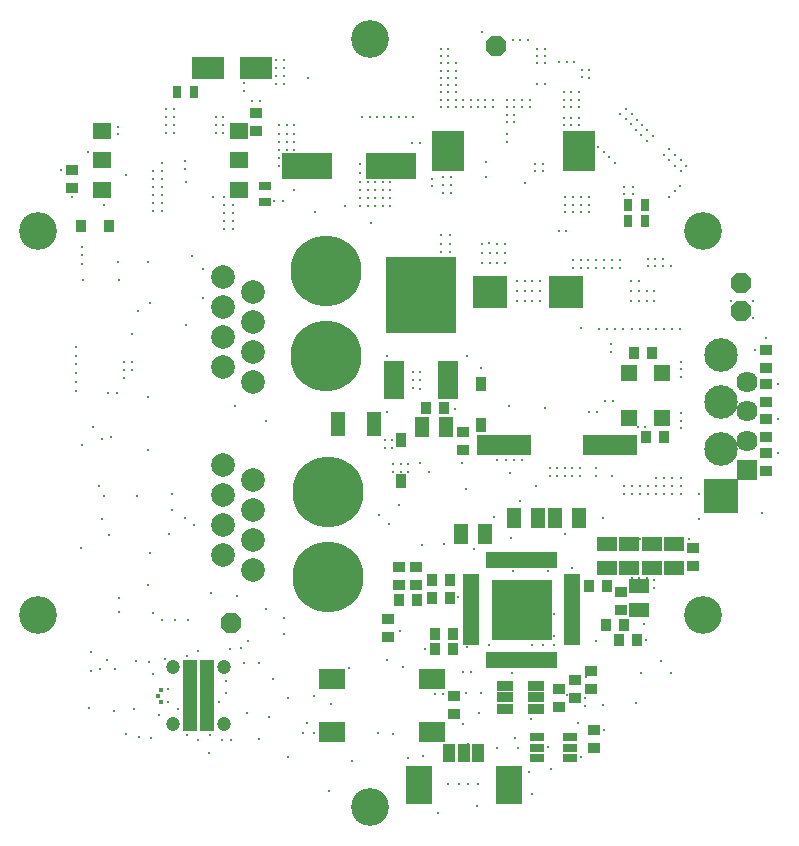
<source format=gts>
G04*
G04 #@! TF.GenerationSoftware,Altium Limited,Altium Designer,22.0.2 (36)*
G04*
G04 Layer_Color=8388736*
%FSLAX25Y25*%
%MOIN*%
G70*
G04*
G04 #@! TF.SameCoordinates,03AFB46A-AB1F-498B-8AA6-452B2CF56A70*
G04*
G04*
G04 #@! TF.FilePolarity,Negative*
G04*
G01*
G75*
%ADD56R,0.04300X0.03800*%
%ADD57R,0.23635X0.25210*%
%ADD58R,0.07099X0.12611*%
%ADD59R,0.10642X0.07493*%
%ADD60R,0.18117X0.06896*%
%ADD61R,0.01181X0.01181*%
%ADD62R,0.03359X0.04619*%
%ADD63R,0.04551X0.06551*%
%ADD64R,0.04973X0.07965*%
%ADD65R,0.03800X0.04300*%
%ADD66R,0.11784X0.10918*%
%ADD67R,0.16548X0.08674*%
%ADD68R,0.05603X0.03241*%
%ADD69R,0.09068X0.12611*%
%ADD70R,0.03950X0.05918*%
%ADD71R,0.03972X0.03472*%
%ADD72R,0.04540X0.03162*%
%ADD73R,0.08674X0.06706*%
%ADD74R,0.05524X0.05524*%
%ADD75R,0.06551X0.04551*%
%ADD76R,0.06800X0.04800*%
%ADD77R,0.03472X0.03972*%
%ADD78R,0.04737X0.01981*%
%ADD79R,0.05918X0.05406*%
%ADD80P,0.07360X8X202.5*%
%ADD81P,0.07360X8X292.5*%
%ADD82R,0.03583X0.03976*%
%ADD83R,0.20485X0.20485*%
%ADD84R,0.02060X0.05603*%
%ADD85R,0.05603X0.02060*%
%ADD86R,0.03162X0.03950*%
%ADD87R,0.03950X0.03162*%
%ADD88R,0.11036X0.13398*%
%ADD89C,0.23635*%
%ADD90R,0.07060X0.07060*%
%ADD91C,0.07060*%
%ADD92C,0.00800*%
%ADD93R,0.11194X0.11194*%
%ADD94C,0.11194*%
%ADD95C,0.04737*%
%ADD96C,0.07887*%
%ADD97C,0.12611*%
%ADD98C,0.01181*%
D56*
X30900Y124900D02*
D03*
Y118900D02*
D03*
X74500Y19700D02*
D03*
Y25700D02*
D03*
X68229Y42437D02*
D03*
Y36437D02*
D03*
X15096Y80127D02*
D03*
Y74127D02*
D03*
X9596Y80127D02*
D03*
Y74127D02*
D03*
X-99600Y212400D02*
D03*
Y206400D02*
D03*
X-38000Y231300D02*
D03*
Y225300D02*
D03*
X5800Y56500D02*
D03*
Y62500D02*
D03*
X73628Y45337D02*
D03*
Y39337D02*
D03*
X83429Y71737D02*
D03*
Y65737D02*
D03*
D57*
X16800Y170534D02*
D03*
D58*
X25796Y142266D02*
D03*
X7804D02*
D03*
D59*
X-53974Y246300D02*
D03*
X-38226D02*
D03*
D60*
X79929Y120537D02*
D03*
X44496D02*
D03*
D61*
X-69808Y39068D02*
D03*
Y35131D02*
D03*
X-70792Y37100D02*
D03*
D62*
X10300Y108550D02*
D03*
Y122250D02*
D03*
X36800Y140850D02*
D03*
Y127150D02*
D03*
D63*
X25200Y126500D02*
D03*
X17200D02*
D03*
X56000Y96200D02*
D03*
X48000D02*
D03*
X38100Y90903D02*
D03*
X30100D02*
D03*
X61600Y96200D02*
D03*
X69600D02*
D03*
D64*
X1116Y127600D02*
D03*
X-10916D02*
D03*
D65*
X24500Y132900D02*
D03*
X18500D02*
D03*
X87900Y151200D02*
D03*
X93900D02*
D03*
X97800Y123300D02*
D03*
X91800D02*
D03*
X27400Y52663D02*
D03*
X21400D02*
D03*
X88900Y55600D02*
D03*
X82900D02*
D03*
X26500Y69630D02*
D03*
X20500D02*
D03*
D66*
X65299Y171501D02*
D03*
X39945D02*
D03*
D67*
X6900Y213800D02*
D03*
X-21053D02*
D03*
D68*
X55110Y32760D02*
D03*
Y40240D02*
D03*
X44795D02*
D03*
Y36500D02*
D03*
Y32760D02*
D03*
X55110Y36500D02*
D03*
D69*
X16139Y7187D02*
D03*
X46061Y7187D02*
D03*
D70*
X26179Y18013D02*
D03*
X31100D02*
D03*
X36021Y18013D02*
D03*
D71*
X132000Y129400D02*
D03*
Y123400D02*
D03*
X107400Y80400D02*
D03*
Y86400D02*
D03*
X27900Y30900D02*
D03*
Y36900D02*
D03*
X62828Y39437D02*
D03*
Y33437D02*
D03*
X132000Y111900D02*
D03*
Y117900D02*
D03*
Y134900D02*
D03*
Y140900D02*
D03*
Y146400D02*
D03*
Y152400D02*
D03*
D72*
X55587Y16454D02*
D03*
Y19800D02*
D03*
Y23146D02*
D03*
X66413Y16454D02*
D03*
Y19800D02*
D03*
Y23146D02*
D03*
D73*
X-12932Y42758D02*
D03*
Y25042D02*
D03*
X20532D02*
D03*
Y42758D02*
D03*
D74*
X97214Y129800D02*
D03*
X86190D02*
D03*
X97214Y144700D02*
D03*
X86190D02*
D03*
D75*
X78900Y79700D02*
D03*
Y87700D02*
D03*
X101228D02*
D03*
Y79700D02*
D03*
D76*
X89529Y65737D02*
D03*
Y73737D02*
D03*
X86343Y87700D02*
D03*
Y79700D02*
D03*
X93786Y87700D02*
D03*
Y79700D02*
D03*
D77*
X72896Y73627D02*
D03*
X78896D02*
D03*
X26500Y75700D02*
D03*
X20500D02*
D03*
X78528Y60537D02*
D03*
X84528D02*
D03*
X21500Y57600D02*
D03*
X27500D02*
D03*
X9428Y69137D02*
D03*
X15428D02*
D03*
D78*
X-60169Y26300D02*
D03*
Y28269D02*
D03*
Y30237D02*
D03*
Y32206D02*
D03*
Y34174D02*
D03*
Y36143D02*
D03*
Y38111D02*
D03*
Y40080D02*
D03*
Y42048D02*
D03*
Y44017D02*
D03*
Y45985D02*
D03*
Y47954D02*
D03*
X-54500D02*
D03*
Y45985D02*
D03*
Y44017D02*
D03*
Y42048D02*
D03*
Y40080D02*
D03*
Y38111D02*
D03*
Y36143D02*
D03*
Y34174D02*
D03*
Y32206D02*
D03*
Y30237D02*
D03*
Y28269D02*
D03*
Y26300D02*
D03*
D79*
X-43666Y215580D02*
D03*
X-89571D02*
D03*
X-43666Y205737D02*
D03*
Y225422D02*
D03*
X-89571D02*
D03*
Y205737D02*
D03*
D80*
X123628Y174637D02*
D03*
Y165337D02*
D03*
D81*
X-46500Y61200D02*
D03*
X42000Y253800D02*
D03*
D82*
X-87272Y193700D02*
D03*
X-96328D02*
D03*
D83*
X50428Y65737D02*
D03*
D84*
X61255Y49005D02*
D03*
X59287D02*
D03*
X51413D02*
D03*
X39602Y82469D02*
D03*
X41570D02*
D03*
X43539D02*
D03*
X45507D02*
D03*
X47476D02*
D03*
X49444D02*
D03*
X51413D02*
D03*
X53381D02*
D03*
X55350D02*
D03*
X57318D02*
D03*
X59287D02*
D03*
X61255D02*
D03*
X57318Y49005D02*
D03*
X55350D02*
D03*
X53381D02*
D03*
X49444D02*
D03*
X47476D02*
D03*
X45507D02*
D03*
X43539D02*
D03*
X41570D02*
D03*
X39602D02*
D03*
D85*
X67161Y64753D02*
D03*
Y58847D02*
D03*
Y54910D02*
D03*
X33696D02*
D03*
Y56879D02*
D03*
Y66721D02*
D03*
X67161Y76564D02*
D03*
Y74595D02*
D03*
Y72627D02*
D03*
Y70658D02*
D03*
Y68690D02*
D03*
Y66721D02*
D03*
Y62784D02*
D03*
Y60816D02*
D03*
Y56879D02*
D03*
X33696Y58847D02*
D03*
Y60816D02*
D03*
Y62784D02*
D03*
Y64753D02*
D03*
Y68690D02*
D03*
Y70658D02*
D03*
Y72627D02*
D03*
Y74595D02*
D03*
Y76564D02*
D03*
D86*
X85970Y200600D02*
D03*
X91482D02*
D03*
X91456Y195400D02*
D03*
X85944D02*
D03*
X-58944Y238300D02*
D03*
X-64456D02*
D03*
D87*
X-35200Y207056D02*
D03*
Y201544D02*
D03*
D88*
X69600Y218600D02*
D03*
X25899D02*
D03*
D89*
X-14200Y76789D02*
D03*
Y105135D02*
D03*
X-14700Y178694D02*
D03*
Y150347D02*
D03*
D90*
X125700Y112272D02*
D03*
D91*
Y122114D02*
D03*
Y131957D02*
D03*
Y141799D02*
D03*
D92*
X130386Y97827D02*
D03*
X69071Y27871D02*
D03*
X52929Y11729D02*
D03*
X-41201Y31426D02*
D03*
X36201D02*
D03*
X-57335Y51890D02*
D03*
Y22363D02*
D03*
X-74000Y73919D02*
D03*
Y118919D02*
D03*
Y136680D02*
D03*
Y181680D02*
D03*
D93*
X117000Y103732D02*
D03*
D94*
Y119323D02*
D03*
Y134913D02*
D03*
Y150504D02*
D03*
D95*
X-65799Y27678D02*
D03*
Y46576D02*
D03*
X-48870Y27678D02*
D03*
Y46576D02*
D03*
D96*
X-39000Y108919D02*
D03*
Y98919D02*
D03*
Y88919D02*
D03*
Y78919D02*
D03*
X-49000Y113919D02*
D03*
Y103919D02*
D03*
Y93919D02*
D03*
Y83919D02*
D03*
X-39000Y171680D02*
D03*
Y161680D02*
D03*
Y151680D02*
D03*
Y141680D02*
D03*
X-49000Y176680D02*
D03*
Y166680D02*
D03*
Y156680D02*
D03*
Y146680D02*
D03*
D97*
X0Y255906D02*
D03*
X110810Y191929D02*
D03*
X-110810D02*
D03*
Y63976D02*
D03*
X110810D02*
D03*
X0Y0D02*
D03*
D98*
X16600Y221200D02*
D03*
X13800D02*
D03*
X28200Y132700D02*
D03*
X-28800Y246300D02*
D03*
Y248900D02*
D03*
Y243700D02*
D03*
Y241100D02*
D03*
X-34900Y128651D02*
D03*
X88444Y34600D02*
D03*
X200Y194600D02*
D03*
X16400Y114603D02*
D03*
X12623Y114400D02*
D03*
X47800Y115500D02*
D03*
X50550D02*
D03*
X45050D02*
D03*
X42300D02*
D03*
X-31600Y241100D02*
D03*
Y243700D02*
D03*
Y248900D02*
D03*
Y246300D02*
D03*
X-42100Y238800D02*
D03*
Y241400D02*
D03*
X-34900Y65949D02*
D03*
X-44478Y70441D02*
D03*
X-28914Y63096D02*
D03*
X-53000Y71149D02*
D03*
X-45000Y133500D02*
D03*
X-78700Y32500D02*
D03*
X-70600Y30500D02*
D03*
X-73000Y22900D02*
D03*
X-77137Y23363D02*
D03*
X-61269Y50400D02*
D03*
X-68600Y49300D02*
D03*
X-61269Y24000D02*
D03*
X-53400D02*
D03*
X-66200Y98950D02*
D03*
Y104400D02*
D03*
X-3361Y208400D02*
D03*
Y214284D02*
D03*
Y211292D02*
D03*
Y205708D02*
D03*
Y203016D02*
D03*
Y200324D02*
D03*
X-869Y208400D02*
D03*
Y214284D02*
D03*
Y211292D02*
D03*
Y205708D02*
D03*
Y203016D02*
D03*
Y200324D02*
D03*
X-2720Y229900D02*
D03*
X-84500Y137900D02*
D03*
X-87300D02*
D03*
X92400Y182700D02*
D03*
X95009D02*
D03*
X97618D02*
D03*
X-13900Y5200D02*
D03*
X32000Y105900D02*
D03*
X16600Y144900D02*
D03*
X14127D02*
D03*
X5500Y150200D02*
D03*
X-83900Y69600D02*
D03*
X7323Y122409D02*
D03*
Y119809D02*
D03*
X4761D02*
D03*
X14127Y139484D02*
D03*
Y142150D02*
D03*
X16600D02*
D03*
X-20900Y242900D02*
D03*
X-27808Y213695D02*
D03*
X-25316D02*
D03*
X-27808Y216387D02*
D03*
X-25316D02*
D03*
X-27808Y227171D02*
D03*
X-25316D02*
D03*
X-27808Y224479D02*
D03*
X-25316D02*
D03*
Y221787D02*
D03*
X-27808D02*
D03*
X-25316Y219095D02*
D03*
X-27808D02*
D03*
X-30300Y227171D02*
D03*
Y219072D02*
D03*
Y221772D02*
D03*
Y224471D02*
D03*
X58200Y132900D02*
D03*
X-84100Y181600D02*
D03*
X-83900Y64900D02*
D03*
X-72600Y64500D02*
D03*
X41500Y59400D02*
D03*
X75084Y55184D02*
D03*
X37000Y38000D02*
D03*
X-28914Y57800D02*
D03*
X-7076Y46398D02*
D03*
X-94231Y218269D02*
D03*
X-37175Y48100D02*
D03*
X-32400Y42500D02*
D03*
X-40678Y55381D02*
D03*
X23700Y190489D02*
D03*
X26528D02*
D03*
X36900Y146200D02*
D03*
X26543Y169660D02*
D03*
Y172352D02*
D03*
Y175044D02*
D03*
X20971Y169660D02*
D03*
Y172352D02*
D03*
Y175044D02*
D03*
X23772Y169660D02*
D03*
Y172352D02*
D03*
Y175044D02*
D03*
X26528Y185105D02*
D03*
Y187797D02*
D03*
X23700D02*
D03*
Y185105D02*
D03*
X-30300Y216400D02*
D03*
Y213671D02*
D03*
X30681Y114603D02*
D03*
X46100Y133800D02*
D03*
X46600Y111300D02*
D03*
X16600Y139400D02*
D03*
X5600Y131480D02*
D03*
X32281Y150200D02*
D03*
X-18501Y198428D02*
D03*
X-8600Y200200D02*
D03*
X-25400Y205500D02*
D03*
X90219Y44600D02*
D03*
X53758Y4400D02*
D03*
X22600Y-2100D02*
D03*
X-289Y229900D02*
D03*
X30800Y45000D02*
D03*
X-18880Y36820D02*
D03*
X-13200Y34365D02*
D03*
X64900Y91100D02*
D03*
X53900Y54000D02*
D03*
X-27500Y16781D02*
D03*
X46900Y89700D02*
D03*
X-6152Y15474D02*
D03*
X78000Y179700D02*
D03*
X-99500Y203200D02*
D03*
X61271Y64174D02*
D03*
X61200Y57100D02*
D03*
X58035D02*
D03*
X21600Y37700D02*
D03*
X24300D02*
D03*
X33500Y45000D02*
D03*
X-85474Y32100D02*
D03*
X-87755Y48935D02*
D03*
X-93169Y45460D02*
D03*
X-90136Y45881D02*
D03*
X-93169Y51500D02*
D03*
X62828Y33437D02*
D03*
X57500Y32760D02*
D03*
X71700Y33700D02*
D03*
X77500Y33900D02*
D03*
X18231Y52631D02*
D03*
X47352Y44700D02*
D03*
X78000Y25700D02*
D03*
X59338Y20138D02*
D03*
X71700Y36154D02*
D03*
X53400Y29300D02*
D03*
X71860Y43441D02*
D03*
X56300Y36500D02*
D03*
X45095D02*
D03*
X39671Y54091D02*
D03*
X65600Y37319D02*
D03*
X26019Y7782D02*
D03*
X12450Y16419D02*
D03*
X87200Y76419D02*
D03*
X92200D02*
D03*
X54800Y64219D02*
D03*
X58035D02*
D03*
X61200Y54100D02*
D03*
X-88800Y103700D02*
D03*
X-86534Y123362D02*
D03*
X-89500Y122600D02*
D03*
X-89300Y96100D02*
D03*
X-90500Y107100D02*
D03*
X-46700Y61200D02*
D03*
X-27534Y36366D02*
D03*
X-33900Y30100D02*
D03*
X-37000Y22626D02*
D03*
X-21132Y27869D02*
D03*
X-53900Y18100D02*
D03*
X-81300Y24300D02*
D03*
X-87039Y90800D02*
D03*
X-73500Y84500D02*
D03*
X-43100Y53100D02*
D03*
X-65100Y62181D02*
D03*
X-60700D02*
D03*
X-77811Y103722D02*
D03*
X-73800Y48400D02*
D03*
X-96300Y86300D02*
D03*
X-69481Y62181D02*
D03*
X-67136Y90938D02*
D03*
X-78000Y48800D02*
D03*
X-96200Y120600D02*
D03*
X-92460Y126619D02*
D03*
X-58700Y93919D02*
D03*
X-46700Y52600D02*
D03*
X31800Y37900D02*
D03*
X30977Y27494D02*
D03*
X-85200Y46100D02*
D03*
X-72600Y44340D02*
D03*
X-93700Y33100D02*
D03*
X12623Y111800D02*
D03*
X7500D02*
D03*
X10061D02*
D03*
X7500Y114400D02*
D03*
X10061D02*
D03*
X6300Y94319D02*
D03*
X9600Y100500D02*
D03*
X41081Y96500D02*
D03*
X4761Y122409D02*
D03*
X32300Y53259D02*
D03*
X57400Y54014D02*
D03*
X65319Y192100D02*
D03*
X62900D02*
D03*
X-79400Y145750D02*
D03*
X-98200Y138650D02*
D03*
X58200Y250285D02*
D03*
X67900Y248200D02*
D03*
X62900D02*
D03*
X65400D02*
D03*
X72800Y245500D02*
D03*
Y243000D02*
D03*
X70500Y243300D02*
D03*
Y245800D02*
D03*
X55700Y240900D02*
D03*
X58200D02*
D03*
X69500Y227200D02*
D03*
Y229626D02*
D03*
Y233300D02*
D03*
Y238160D02*
D03*
Y235730D02*
D03*
X47400Y255700D02*
D03*
X52400D02*
D03*
X49900D02*
D03*
X64500Y233300D02*
D03*
X53222D02*
D03*
X67000Y235730D02*
D03*
X64500Y238160D02*
D03*
X50610Y233300D02*
D03*
X55700Y252712D02*
D03*
X67000Y238160D02*
D03*
X53222Y235726D02*
D03*
X58200Y247859D02*
D03*
X45387Y233300D02*
D03*
X55700Y250285D02*
D03*
X64500Y235730D02*
D03*
X47999Y235726D02*
D03*
X67000Y233300D02*
D03*
X45387Y235726D02*
D03*
X47999Y233300D02*
D03*
X50610Y235726D02*
D03*
X58200Y252712D02*
D03*
X55700Y247859D02*
D03*
X-73500Y167900D02*
D03*
X67000Y229626D02*
D03*
Y227200D02*
D03*
X64500Y229626D02*
D03*
Y227200D02*
D03*
X24280Y204600D02*
D03*
Y207292D02*
D03*
Y209984D02*
D03*
X-103000Y212400D02*
D03*
X-61500Y160800D02*
D03*
X67161Y79500D02*
D03*
X-42100Y48100D02*
D03*
X-46600Y22400D02*
D03*
X-49600D02*
D03*
X-82100Y148400D02*
D03*
Y143000D02*
D03*
Y145750D02*
D03*
X-79400Y148400D02*
D03*
Y157481D02*
D03*
X-77303Y165240D02*
D03*
X-98200Y144550D02*
D03*
Y141600D02*
D03*
Y147500D02*
D03*
Y150450D02*
D03*
Y153400D02*
D03*
X100300Y44800D02*
D03*
X97000Y48800D02*
D03*
X-95800Y175500D02*
D03*
X-50381Y34881D02*
D03*
X-67450Y39226D02*
D03*
Y34874D02*
D03*
X-48100Y38100D02*
D03*
X-64200Y32500D02*
D03*
X37300Y258300D02*
D03*
X127700Y162900D02*
D03*
X87100Y230900D02*
D03*
X88900Y229100D02*
D03*
X90600Y227300D02*
D03*
X92300Y225500D02*
D03*
X94100Y223700D02*
D03*
X85300Y232700D02*
D03*
X103400Y211900D02*
D03*
X101550Y213750D02*
D03*
X99700Y215600D02*
D03*
X97850Y217450D02*
D03*
X97618Y180200D02*
D03*
X100226D02*
D03*
X92400D02*
D03*
X95009D02*
D03*
X103100Y207000D02*
D03*
X26000Y252742D02*
D03*
X23400D02*
D03*
X26000Y250312D02*
D03*
X23400D02*
D03*
X-84200Y224240D02*
D03*
Y226780D02*
D03*
X99680Y219280D02*
D03*
X101530Y217430D02*
D03*
X101400Y205200D02*
D03*
X87400Y204200D02*
D03*
Y206700D02*
D03*
X84700D02*
D03*
Y204200D02*
D03*
X97786Y159400D02*
D03*
X100471D02*
D03*
X103157D02*
D03*
X77600Y96400D02*
D03*
X95100Y159400D02*
D03*
X35600Y200D02*
D03*
X2500Y24558D02*
D03*
X9814Y58586D02*
D03*
X41500Y66319D02*
D03*
X58035Y66825D02*
D03*
X54800Y66800D02*
D03*
X91300Y60900D02*
D03*
X49300Y19700D02*
D03*
X48100Y23046D02*
D03*
X60200Y12700D02*
D03*
X32500Y15327D02*
D03*
X32600Y21100D02*
D03*
X17600Y17123D02*
D03*
X36000Y7782D02*
D03*
X29400D02*
D03*
X32700D02*
D03*
X42116Y19700D02*
D03*
X70200Y16500D02*
D03*
X-61700Y96300D02*
D03*
X90000Y89400D02*
D03*
X-22500Y24600D02*
D03*
X-18750D02*
D03*
X29200Y69900D02*
D03*
X5644Y49069D02*
D03*
X10909Y46760D02*
D03*
X19500Y111622D02*
D03*
X47476Y78546D02*
D03*
X59273Y78481D02*
D03*
X91900Y55500D02*
D03*
X-88800Y200500D02*
D03*
X-39557Y235300D02*
D03*
X-36900D02*
D03*
X-59400Y183700D02*
D03*
X-55900Y179400D02*
D03*
X-83900Y175500D02*
D03*
X34600Y86100D02*
D03*
X131900Y156200D02*
D03*
X128100Y152400D02*
D03*
X135900Y140900D02*
D03*
Y129400D02*
D03*
Y117900D02*
D03*
X109500Y96000D02*
D03*
Y104300D02*
D03*
X81000Y135400D02*
D03*
X78300D02*
D03*
X7500Y24400D02*
D03*
X76300Y159400D02*
D03*
X75666Y131633D02*
D03*
X73000D02*
D03*
X89100Y126800D02*
D03*
X91600D02*
D03*
X103402Y126200D02*
D03*
Y128700D02*
D03*
Y131200D02*
D03*
X50000Y102000D02*
D03*
X55100Y106900D02*
D03*
X103400Y148400D02*
D03*
Y145900D02*
D03*
Y143400D02*
D03*
X80650Y110200D02*
D03*
X-81472Y210737D02*
D03*
X-85900Y192100D02*
D03*
Y194802D02*
D03*
X-52500Y203400D02*
D03*
X-72469Y198781D02*
D03*
X-55800Y169800D02*
D03*
X103380Y215580D02*
D03*
X105230Y213730D02*
D03*
X-69600Y214697D02*
D03*
X-96000Y186800D02*
D03*
Y183850D02*
D03*
X-88500Y194802D02*
D03*
Y192100D02*
D03*
X106200Y89400D02*
D03*
X103400Y109700D02*
D03*
Y107000D02*
D03*
Y104300D02*
D03*
X100700Y109700D02*
D03*
Y107000D02*
D03*
Y104300D02*
D03*
X94600Y73000D02*
D03*
Y75500D02*
D03*
X89700Y76419D02*
D03*
X64800Y110200D02*
D03*
X-48700Y203400D02*
D03*
Y200700D02*
D03*
X-45900D02*
D03*
Y198000D02*
D03*
Y195300D02*
D03*
Y192600D02*
D03*
X-48700D02*
D03*
Y195300D02*
D03*
Y198000D02*
D03*
X45531Y224247D02*
D03*
X120100Y168500D02*
D03*
X127500D02*
D03*
X83300Y231100D02*
D03*
X74200Y221800D02*
D03*
X70100Y159600D02*
D03*
X92414Y159400D02*
D03*
X89728D02*
D03*
X87043D02*
D03*
X84357D02*
D03*
X81671D02*
D03*
X78986D02*
D03*
X80100Y154300D02*
D03*
Y151700D02*
D03*
X75100Y110200D02*
D03*
X62274D02*
D03*
X59773D02*
D03*
X67273D02*
D03*
X69774D02*
D03*
Y112866D02*
D03*
X67273D02*
D03*
X59773D02*
D03*
X62274D02*
D03*
X64773D02*
D03*
X45387Y230800D02*
D03*
Y228300D02*
D03*
X40751Y235730D02*
D03*
X38321D02*
D03*
X35891D02*
D03*
X33461D02*
D03*
X31030D02*
D03*
X23400Y247882D02*
D03*
Y245451D02*
D03*
Y243021D02*
D03*
Y240591D02*
D03*
Y238160D02*
D03*
Y235730D02*
D03*
Y233300D02*
D03*
X-72469Y212040D02*
D03*
Y201413D02*
D03*
Y206727D02*
D03*
Y204070D02*
D03*
Y209384D02*
D03*
X-49000Y230000D02*
D03*
Y227343D02*
D03*
Y224687D02*
D03*
X-51500D02*
D03*
Y227343D02*
D03*
Y230000D02*
D03*
X-65427Y224757D02*
D03*
Y230070D02*
D03*
Y227414D02*
D03*
Y232727D02*
D03*
X-68148Y224757D02*
D03*
Y227414D02*
D03*
Y230070D02*
D03*
Y232727D02*
D03*
X-61600Y208300D02*
D03*
X-69600Y198757D02*
D03*
Y201413D02*
D03*
Y204070D02*
D03*
Y206727D02*
D03*
Y212040D02*
D03*
Y209384D02*
D03*
X-61719Y212760D02*
D03*
X64800Y203300D02*
D03*
Y200750D02*
D03*
Y198200D02*
D03*
X67500D02*
D03*
Y200750D02*
D03*
Y203300D02*
D03*
X70200Y198300D02*
D03*
Y200800D02*
D03*
Y203300D02*
D03*
X72900D02*
D03*
Y200800D02*
D03*
Y198300D02*
D03*
X92100Y222100D02*
D03*
X90300Y223900D02*
D03*
X88600Y225700D02*
D03*
X86900Y227500D02*
D03*
X85100Y229300D02*
D03*
X76000Y220000D02*
D03*
X77800Y218200D02*
D03*
X79600Y216500D02*
D03*
X81400Y214800D02*
D03*
X79600Y216500D02*
D03*
X-32000Y201937D02*
D03*
X80650Y179700D02*
D03*
X75350D02*
D03*
X67400D02*
D03*
X70050D02*
D03*
X72700D02*
D03*
X83300D02*
D03*
Y182200D02*
D03*
X72700D02*
D03*
X70050D02*
D03*
X67400D02*
D03*
X51500Y208100D02*
D03*
X47999Y228300D02*
D03*
Y230800D02*
D03*
X54800Y211900D02*
D03*
Y214400D02*
D03*
X57400Y211900D02*
D03*
Y214400D02*
D03*
X99600Y203400D02*
D03*
X11862Y229900D02*
D03*
X9432D02*
D03*
X7001D02*
D03*
X4571D02*
D03*
X2141D02*
D03*
X26000Y233300D02*
D03*
Y235730D02*
D03*
Y238160D02*
D03*
Y240591D02*
D03*
Y243021D02*
D03*
Y245451D02*
D03*
Y247882D02*
D03*
X28600D02*
D03*
Y245451D02*
D03*
Y243021D02*
D03*
Y240591D02*
D03*
Y238160D02*
D03*
Y235730D02*
D03*
X31030Y233300D02*
D03*
X28600D02*
D03*
X33461D02*
D03*
X35891D02*
D03*
X38321D02*
D03*
X40751D02*
D03*
X26880Y209984D02*
D03*
Y207292D02*
D03*
Y204600D02*
D03*
X20700Y207000D02*
D03*
Y209383D02*
D03*
X3000Y97400D02*
D03*
X18200Y175044D02*
D03*
Y172352D02*
D03*
Y169660D02*
D03*
X15400Y175044D02*
D03*
Y172352D02*
D03*
Y169660D02*
D03*
X12629D02*
D03*
Y172352D02*
D03*
Y175044D02*
D03*
X4116Y200324D02*
D03*
X1624D02*
D03*
X6608D02*
D03*
X4116Y203016D02*
D03*
X1624D02*
D03*
X6608D02*
D03*
Y205708D02*
D03*
X1624D02*
D03*
X4116D02*
D03*
X6608Y208400D02*
D03*
Y214284D02*
D03*
Y211292D02*
D03*
X4116D02*
D03*
Y214284D02*
D03*
X1624Y211292D02*
D03*
Y214284D02*
D03*
X4116Y208400D02*
D03*
X14292Y229900D02*
D03*
X48783Y168600D02*
D03*
X51392D02*
D03*
X54001Y168609D02*
D03*
X56609D02*
D03*
X51392Y175181D02*
D03*
X48783D02*
D03*
X54001D02*
D03*
X51392Y171890D02*
D03*
X48783D02*
D03*
X54001D02*
D03*
X94700Y168609D02*
D03*
X92091D02*
D03*
Y171890D02*
D03*
X94700D02*
D03*
X89482Y168600D02*
D03*
X86874D02*
D03*
X98000Y104300D02*
D03*
X95300D02*
D03*
X92600D02*
D03*
X89900D02*
D03*
X87200D02*
D03*
X84500D02*
D03*
X95300Y109700D02*
D03*
X84500Y107000D02*
D03*
X87200D02*
D03*
X89900D02*
D03*
X92600D02*
D03*
X95300D02*
D03*
X98000D02*
D03*
Y109700D02*
D03*
X75100Y112866D02*
D03*
X-96000Y180900D02*
D03*
X-61719Y215300D02*
D03*
X85600Y145000D02*
D03*
X75350Y182200D02*
D03*
X78000D02*
D03*
X80650D02*
D03*
X123628Y165337D02*
D03*
X-48100Y41900D02*
D03*
X45500Y221600D02*
D03*
X38605Y215094D02*
D03*
Y210094D02*
D03*
X1624Y208400D02*
D03*
X37100Y184500D02*
D03*
X44905Y181200D02*
D03*
X42279D02*
D03*
Y184500D02*
D03*
X39752Y181228D02*
D03*
X37100Y187800D02*
D03*
X39752Y184529D02*
D03*
X44905Y187800D02*
D03*
X37100Y181200D02*
D03*
X39652Y187829D02*
D03*
X42279Y187800D02*
D03*
X44905Y184500D02*
D03*
X56609Y171890D02*
D03*
Y175181D02*
D03*
X24600Y87600D02*
D03*
X89482Y175181D02*
D03*
X86874D02*
D03*
Y171890D02*
D03*
X89482D02*
D03*
X-29272Y201937D02*
D03*
X17328Y87337D02*
D03*
M02*

</source>
